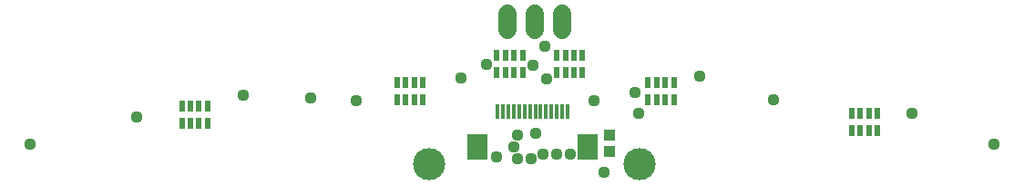
<source format=gts>
G75*
%MOIN*%
%OFA0B0*%
%FSLAX25Y25*%
%IPPOS*%
%LPD*%
%AMOC8*
5,1,8,0,0,1.08239X$1,22.5*
%
%ADD10C,0.11824*%
%ADD11R,0.01575X0.05512*%
%ADD12R,0.07480X0.09252*%
%ADD13C,0.06800*%
%ADD14R,0.02362X0.03937*%
%ADD15R,0.03950X0.03950*%
%ADD16C,0.04369*%
D10*
X0166854Y0027091D03*
X0243626Y0027091D03*
D11*
X0217376Y0046392D03*
X0215407Y0046392D03*
X0213439Y0046392D03*
X0211470Y0046392D03*
X0209502Y0046392D03*
X0207533Y0046392D03*
X0205565Y0046392D03*
X0203596Y0046392D03*
X0201628Y0046392D03*
X0199659Y0046392D03*
X0197691Y0046392D03*
X0195722Y0046392D03*
X0193754Y0046392D03*
X0191785Y0046392D03*
D12*
X0184305Y0033596D03*
X0224856Y0033596D03*
D13*
X0215255Y0076599D02*
X0215255Y0082599D01*
X0205255Y0082599D02*
X0205255Y0076599D01*
X0195255Y0076599D02*
X0195255Y0082599D01*
D14*
X0194679Y0067209D03*
X0191530Y0067209D03*
X0197829Y0067209D03*
X0200978Y0067209D03*
X0213409Y0067209D03*
X0216559Y0067209D03*
X0219709Y0067209D03*
X0222858Y0067209D03*
X0222858Y0060909D03*
X0219709Y0060909D03*
X0216559Y0060909D03*
X0213409Y0060909D03*
X0200978Y0060909D03*
X0197829Y0060909D03*
X0194679Y0060909D03*
X0191530Y0060909D03*
X0164413Y0057209D03*
X0161264Y0057209D03*
X0158114Y0057209D03*
X0154965Y0057209D03*
X0154965Y0050909D03*
X0158114Y0050909D03*
X0161264Y0050909D03*
X0164413Y0050909D03*
X0085673Y0048459D03*
X0082524Y0048459D03*
X0079374Y0048459D03*
X0076224Y0048459D03*
X0076224Y0042159D03*
X0079374Y0042159D03*
X0082524Y0042159D03*
X0085673Y0042159D03*
X0246844Y0050909D03*
X0249994Y0050909D03*
X0253144Y0050909D03*
X0256293Y0050909D03*
X0256293Y0057209D03*
X0253144Y0057209D03*
X0249994Y0057209D03*
X0246844Y0057209D03*
X0321313Y0045969D03*
X0324463Y0045969D03*
X0327612Y0045969D03*
X0330762Y0045969D03*
X0330762Y0039669D03*
X0327612Y0039669D03*
X0324463Y0039669D03*
X0321313Y0039669D03*
D15*
X0232873Y0037765D03*
X0232873Y0031859D03*
D16*
X0020831Y0034689D03*
X0059581Y0044689D03*
X0098862Y0052720D03*
X0123331Y0051564D03*
X0140161Y0050619D03*
X0178286Y0058744D03*
X0187661Y0063744D03*
X0204581Y0063439D03*
X0209581Y0058439D03*
X0227036Y0050619D03*
X0242081Y0053439D03*
X0243331Y0045939D03*
X0205831Y0038439D03*
X0198956Y0037814D03*
X0197706Y0033439D03*
X0208331Y0030939D03*
X0213331Y0030939D03*
X0218331Y0030939D03*
X0203956Y0029064D03*
X0198956Y0029064D03*
X0191411Y0029994D03*
X0230786Y0024369D03*
X0343331Y0045939D03*
X0373331Y0034689D03*
X0292706Y0050939D03*
X0265831Y0059689D03*
X0208911Y0070619D03*
M02*

</source>
